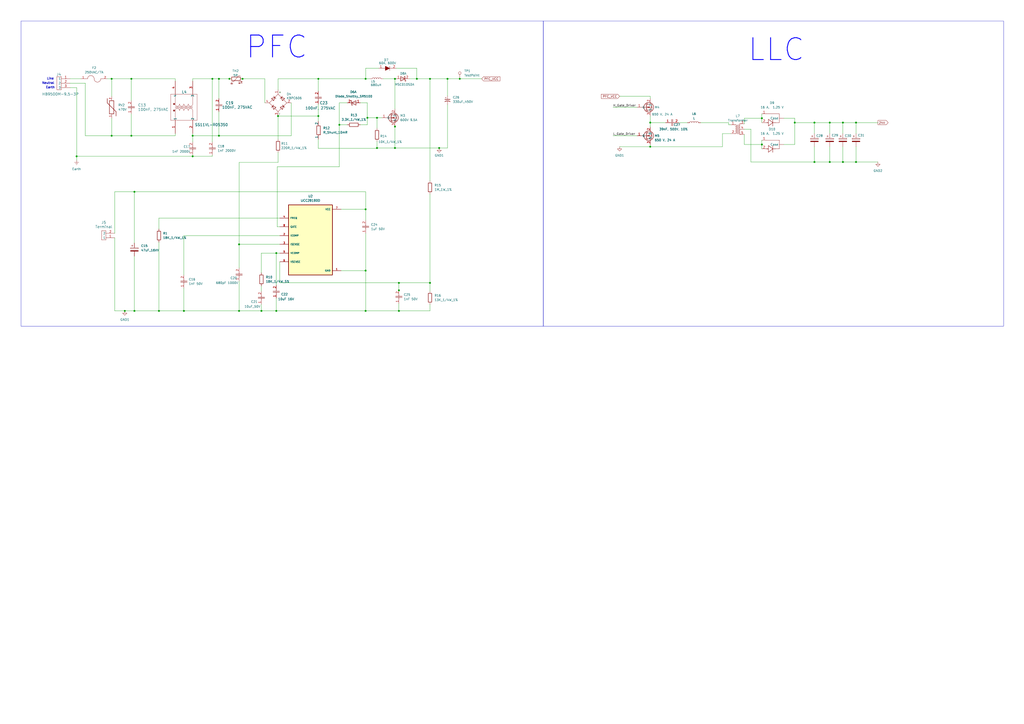
<source format=kicad_sch>
(kicad_sch (version 20231120) (generator "eeschema") (generator_version "8.0")
  (paper "A2")
  (junction (at 127 78.74))
  (junction (at 229.108 45.72))
  (junction (at 77.978 111.252))
  (junction (at 231.394 180.34))
  (junction (at 481.33 71.12))
  (junction (at 231.394 168.402))
  (junction (at 160.274 180.34))
  (junction (at 212.09 45.72))
  (junction (at 212.09 180.34))
  (junction (at 111.76 90.678))
  (junction (at 377.19 85.09))
  (junction (at 229.108 73.406))
  (junction (at 472.44 93.98))
  (junction (at 196.85 72.39))
  (junction (at 138.684 180.34))
  (junction (at 184.658 45.72))
  (junction (at 160.274 146.812))
  (junction (at 111.76 78.74))
  (junction (at 441.96 83.82))
  (junction (at 496.57 71.12))
  (junction (at 123.19 45.72))
  (junction (at 231.394 164.084))
  (junction (at 212.09 121.412))
  (junction (at 229.108 85.852))
  (junction (at 106.68 180.34))
  (junction (at 218.694 68.326))
  (junction (at 241.808 45.72))
  (junction (at 213.106 68.326))
  (junction (at 72.39 180.34))
  (junction (at 249.428 45.72))
  (junction (at 76.2 78.74))
  (junction (at 44.45 90.678))
  (junction (at 266.7 45.72))
  (junction (at 140.716 45.72))
  (junction (at 472.44 71.12))
  (junction (at 488.95 93.98))
  (junction (at 377.19 71.12))
  (junction (at 461.01 71.12))
  (junction (at 254.762 85.852))
  (junction (at 138.684 141.732))
  (junction (at 184.658 67.31))
  (junction (at 64.77 78.74))
  (junction (at 76.2 45.72))
  (junction (at 259.588 45.72))
  (junction (at 64.77 45.72))
  (junction (at 218.694 85.852))
  (junction (at 441.96 68.58))
  (junction (at 496.57 93.98))
  (junction (at 249.428 164.084))
  (junction (at 133.096 45.72))
  (junction (at 212.09 156.972))
  (junction (at 127 45.72))
  (junction (at 488.95 71.12))
  (junction (at 151.638 180.34))
  (junction (at 481.33 93.98))
  (junction (at 161.29 67.31))
  (junction (at 92.202 180.34))
  (junction (at 77.978 180.34))
  (wire (pts (xy 231.394 168.402) (xy 231.394 164.084)))
  (wire (pts (xy 197.866 156.972) (xy 212.09 156.972)))
  (wire (pts (xy 359.41 55.88) (xy 377.19 55.88)))
  (wire (pts (xy 377.19 71.12) (xy 377.19 73.66)))
  (wire (pts (xy 162.306 164.084) (xy 231.394 164.084)))
  (wire (pts (xy 222.25 45.72) (xy 229.108 45.72)))
  (wire (pts (xy 127 45.72) (xy 127 57.15)))
  (wire (pts (xy 472.44 85.09) (xy 472.44 93.98)))
  (wire (pts (xy 64.77 68.58) (xy 64.77 78.74)))
  (wire (pts (xy 77.978 180.34) (xy 92.202 180.34)))
  (wire (pts (xy 481.33 71.12) (xy 488.95 71.12)))
  (wire (pts (xy 213.106 68.326) (xy 213.106 59.69)))
  (wire (pts (xy 161.29 67.31) (xy 184.658 67.31)))
  (wire (pts (xy 254.762 85.852) (xy 259.588 85.852)))
  (wire (pts (xy 359.41 85.09) (xy 377.19 85.09)))
  (wire (pts (xy 422.656 71.12) (xy 422.656 72.39)))
  (wire (pts (xy 231.394 168.656) (xy 231.394 168.402)))
  (wire (pts (xy 454.66 68.58) (xy 461.01 68.58)))
  (wire (pts (xy 472.44 71.12) (xy 472.44 77.47)))
  (wire (pts (xy 160.274 180.34) (xy 212.09 180.34)))
  (wire (pts (xy 196.85 72.39) (xy 196.85 96.774)))
  (wire (pts (xy 111.76 90.678) (xy 111.76 89.916)))
  (wire (pts (xy 168.91 78.74) (xy 168.91 59.69)))
  (wire (pts (xy 377.19 55.88) (xy 377.19 57.15)))
  (wire (pts (xy 184.658 45.72) (xy 184.658 52.832)))
  (wire (pts (xy 40.64 50.8) (xy 44.45 50.8)))
  (wire (pts (xy 488.95 71.12) (xy 496.57 71.12)))
  (wire (pts (xy 377.19 71.12) (xy 386.08 71.12)))
  (wire (pts (xy 66.548 137.922) (xy 66.548 180.34)))
  (wire (pts (xy 419.1 77.47) (xy 423.926 77.47)))
  (wire (pts (xy 127 64.77) (xy 127 78.74)))
  (wire (pts (xy 496.57 71.12) (xy 509.27 71.12)))
  (wire (pts (xy 40.64 48.26) (xy 49.53 48.26)))
  (wire (pts (xy 229.87 39.624) (xy 241.808 39.624)))
  (wire (pts (xy 259.588 45.72) (xy 266.7 45.72)))
  (wire (pts (xy 111.76 45.72) (xy 123.19 45.72)))
  (wire (pts (xy 44.45 90.678) (xy 44.45 92.964)))
  (wire (pts (xy 231.394 164.084) (xy 249.428 164.084)))
  (wire (pts (xy 461.01 68.58) (xy 461.01 71.12)))
  (wire (pts (xy 123.19 90.678) (xy 123.19 89.916)))
  (wire (pts (xy 229.108 73.406) (xy 229.108 85.852)))
  (wire (pts (xy 64.77 45.72) (xy 76.2 45.72)))
  (wire (pts (xy 441.96 81.28) (xy 441.96 83.82)))
  (wire (pts (xy 44.45 50.8) (xy 44.45 90.678)))
  (wire (pts (xy 431.8 68.58) (xy 441.96 68.58)))
  (wire (pts (xy 496.57 71.12) (xy 496.57 77.47)))
  (wire (pts (xy 214.63 45.72) (xy 212.09 45.72)))
  (wire (pts (xy 72.39 180.34) (xy 77.978 180.34)))
  (wire (pts (xy 249.428 112.522) (xy 249.428 164.084)))
  (wire (pts (xy 92.202 126.492) (xy 162.306 126.492)))
  (wire (pts (xy 472.44 93.98) (xy 435.61 93.98)))
  (wire (pts (xy 377.19 85.09) (xy 377.19 83.82)))
  (wire (pts (xy 266.7 45.72) (xy 279.4 45.72)))
  (wire (pts (xy 212.09 135.382) (xy 212.09 156.972)))
  (wire (pts (xy 62.23 45.72) (xy 64.77 45.72)))
  (wire (pts (xy 422.656 72.39) (xy 423.926 72.39)))
  (wire (pts (xy 229.108 45.72) (xy 229.87 45.72)))
  (wire (pts (xy 406.4 71.12) (xy 422.656 71.12)))
  (wire (pts (xy 377.19 85.09) (xy 419.1 85.09)))
  (wire (pts (xy 212.09 39.624) (xy 219.71 39.624)))
  (wire (pts (xy 496.57 93.98) (xy 509.27 93.98)))
  (wire (pts (xy 441.96 66.04) (xy 441.96 68.58)))
  (wire (pts (xy 488.95 85.09) (xy 488.95 93.98)))
  (wire (pts (xy 197.866 121.412) (xy 212.09 121.412)))
  (wire (pts (xy 160.782 96.774) (xy 196.85 96.774)))
  (wire (pts (xy 162.306 151.892) (xy 162.306 164.084)))
  (wire (pts (xy 431.8 68.58) (xy 431.8 71.882)))
  (wire (pts (xy 161.29 45.72) (xy 161.29 52.07)))
  (wire (pts (xy 454.66 83.82) (xy 461.01 83.82)))
  (wire (pts (xy 101.6 45.72) (xy 101.6 46.99)))
  (wire (pts (xy 196.85 72.39) (xy 201.422 72.39)))
  (wire (pts (xy 259.588 60.706) (xy 259.588 85.852)))
  (wire (pts (xy 488.95 71.12) (xy 488.95 77.47)))
  (wire (pts (xy 123.19 45.72) (xy 123.19 82.296)))
  (wire (pts (xy 111.76 77.47) (xy 111.76 78.74)))
  (wire (pts (xy 66.548 180.34) (xy 72.39 180.34)))
  (wire (pts (xy 481.33 85.09) (xy 481.33 93.98)))
  (wire (pts (xy 196.85 59.69) (xy 196.85 72.39)))
  (wire (pts (xy 133.096 45.72) (xy 133.35 45.72)))
  (wire (pts (xy 218.694 68.326) (xy 221.488 68.326)))
  (wire (pts (xy 355.6 78.74) (xy 369.57 78.74)))
  (wire (pts (xy 231.394 180.34) (xy 212.09 180.34)))
  (wire (pts (xy 160.782 131.572) (xy 160.782 96.774)))
  (wire (pts (xy 472.44 71.12) (xy 481.33 71.12)))
  (wire (pts (xy 229.108 85.852) (xy 254.762 85.852)))
  (wire (pts (xy 355.6 62.23) (xy 369.57 62.23)))
  (wire (pts (xy 249.428 176.53) (xy 249.428 180.34)))
  (wire (pts (xy 481.33 71.12) (xy 481.33 77.47)))
  (wire (pts (xy 44.45 90.678) (xy 111.76 90.678)))
  (wire (pts (xy 431.8 77.978) (xy 431.8 83.82)))
  (wire (pts (xy 481.33 93.98) (xy 472.44 93.98)))
  (wire (pts (xy 76.2 66.04) (xy 76.2 78.74)))
  (wire (pts (xy 461.01 71.12) (xy 472.44 71.12)))
  (wire (pts (xy 49.53 48.26) (xy 49.53 78.74)))
  (wire (pts (xy 140.716 45.72) (xy 153.67 45.72)))
  (wire (pts (xy 209.042 59.69) (xy 213.106 59.69)))
  (wire (pts (xy 160.274 165.354) (xy 160.274 146.812)))
  (wire (pts (xy 249.428 164.084) (xy 249.428 168.91)))
  (wire (pts (xy 111.76 46.99) (xy 111.76 45.72)))
  (wire (pts (xy 229.108 73.152) (xy 229.108 73.406)))
  (wire (pts (xy 66.548 111.252) (xy 66.548 135.382)))
  (wire (pts (xy 435.61 93.98) (xy 435.61 74.93)))
  (wire (pts (xy 161.29 45.72) (xy 184.658 45.72)))
  (wire (pts (xy 160.274 146.812) (xy 162.306 146.812)))
  (wire (pts (xy 160.274 180.34) (xy 151.638 180.34)))
  (wire (pts (xy 431.8 83.82) (xy 441.96 83.82)))
  (wire (pts (xy 461.01 83.82) (xy 461.01 71.12)))
  (wire (pts (xy 213.106 68.326) (xy 218.694 68.326)))
  (wire (pts (xy 160.274 172.974) (xy 160.274 180.34)))
  (wire (pts (xy 249.428 45.72) (xy 259.588 45.72)))
  (wire (pts (xy 92.202 180.34) (xy 106.68 180.34)))
  (wire (pts (xy 218.694 82.042) (xy 218.694 85.852)))
  (wire (pts (xy 213.106 72.39) (xy 213.106 68.326)))
  (wire (pts (xy 488.95 93.98) (xy 481.33 93.98)))
  (wire (pts (xy 196.85 59.69) (xy 201.422 59.69)))
  (wire (pts (xy 127 45.72) (xy 133.096 45.72)))
  (wire (pts (xy 101.6 77.47) (xy 101.6 78.74)))
  (wire (pts (xy 496.57 93.98) (xy 488.95 93.98)))
  (wire (pts (xy 106.68 180.34) (xy 138.684 180.34)))
  (wire (pts (xy 231.394 180.34) (xy 249.428 180.34)))
  (wire (pts (xy 419.1 77.47) (xy 419.1 85.09)))
  (wire (pts (xy 153.67 45.72) (xy 153.67 59.69)))
  (wire (pts (xy 249.428 45.72) (xy 249.428 104.902)))
  (wire (pts (xy 111.76 78.74) (xy 127 78.74)))
  (wire (pts (xy 138.684 141.732) (xy 138.684 94.234)))
  (wire (pts (xy 77.978 148.59) (xy 77.978 180.34)))
  (wire (pts (xy 231.394 176.022) (xy 231.394 180.34)))
  (wire (pts (xy 76.2 58.42) (xy 76.2 45.72)))
  (wire (pts (xy 106.68 167.132) (xy 106.68 180.34)))
  (wire (pts (xy 184.658 86.106) (xy 218.694 86.106)))
  (wire (pts (xy 127 78.74) (xy 168.91 78.74)))
  (wire (pts (xy 64.77 45.72) (xy 64.77 55.88)))
  (wire (pts (xy 218.694 86.106) (xy 218.694 85.852)))
  (wire (pts (xy 49.53 78.74) (xy 64.77 78.74)))
  (wire (pts (xy 161.29 67.31) (xy 161.29 80.772)))
  (wire (pts (xy 138.684 163.068) (xy 138.684 180.34)))
  (wire (pts (xy 161.29 88.392) (xy 161.29 94.234)))
  (wire (pts (xy 441.96 68.58) (xy 441.96 71.12)))
  (wire (pts (xy 139.7 45.72) (xy 140.716 45.72)))
  (wire (pts (xy 76.2 78.74) (xy 101.6 78.74)))
  (wire (pts (xy 237.49 45.72) (xy 241.808 45.72)))
  (wire (pts (xy 77.978 140.97) (xy 77.978 111.252)))
  (wire (pts (xy 64.77 78.74) (xy 76.2 78.74)))
  (wire (pts (xy 209.042 72.39) (xy 213.106 72.39)))
  (wire (pts (xy 184.658 45.72) (xy 212.09 45.72)))
  (wire (pts (xy 106.68 159.512) (xy 106.68 136.652)))
  (wire (pts (xy 111.76 90.678) (xy 123.19 90.678)))
  (wire (pts (xy 106.68 136.652) (xy 162.306 136.652)))
  (wire (pts (xy 229.108 45.72) (xy 229.108 63.246)))
  (wire (pts (xy 138.684 141.732) (xy 162.306 141.732)))
  (wire (pts (xy 138.684 180.34) (xy 151.638 180.34)))
  (wire (pts (xy 151.638 146.812) (xy 151.638 158.242)))
  (wire (pts (xy 212.09 121.412) (xy 212.09 111.252)))
  (wire (pts (xy 496.57 85.09) (xy 496.57 93.98)))
  (wire (pts (xy 212.09 39.624) (xy 212.09 45.72)))
  (wire (pts (xy 212.09 156.972) (xy 212.09 180.34)))
  (wire (pts (xy 111.76 78.74) (xy 111.76 82.296)))
  (wire (pts (xy 184.658 67.31) (xy 184.658 60.452)))
  (wire (pts (xy 77.978 111.252) (xy 66.548 111.252)))
  (wire (pts (xy 151.638 146.812) (xy 160.274 146.812)))
  (wire (pts (xy 241.808 45.72) (xy 249.428 45.72)))
  (wire (pts (xy 393.7 71.12) (xy 398.78 71.12)))
  (wire (pts (xy 218.694 85.852) (xy 229.108 85.852)))
  (wire (pts (xy 76.2 45.72) (xy 101.6 45.72)))
  (wire (pts (xy 151.638 165.862) (xy 151.638 168.91)))
  (wire (pts (xy 138.684 155.448) (xy 138.684 141.732)))
  (wire (pts (xy 160.782 131.572) (xy 162.306 131.572)))
  (wire (pts (xy 123.19 45.72) (xy 127 45.72)))
  (wire (pts (xy 435.61 74.93) (xy 431.8 74.93)))
  (wire (pts (xy 92.202 126.492) (xy 92.202 132.842)))
  (wire (pts (xy 40.64 45.72) (xy 46.99 45.72)))
  (wire (pts (xy 138.684 94.234) (xy 161.29 94.234)))
  (wire (pts (xy 92.202 140.462) (xy 92.202 180.34)))
  (wire (pts (xy 218.694 74.422) (xy 218.694 68.326)))
  (wire (pts (xy 77.978 111.252) (xy 212.09 111.252)))
  (wire (pts (xy 259.588 45.72) (xy 259.588 55.626)))
  (wire (pts (xy 212.09 121.412) (xy 212.09 127.762)))
  (wire (pts (xy 441.96 83.82) (xy 441.96 86.36)))
  (wire (pts (xy 241.808 39.624) (xy 241.808 45.72)))
  (wire (pts (xy 184.658 80.772) (xy 184.658 86.106)))
  (wire (pts (xy 184.658 70.358) (xy 184.658 67.31)))
  (wire (pts (xy 377.19 67.31) (xy 377.19 71.12)))
  (wire (pts (xy 151.638 176.53) (xy 151.638 180.34)))
  (rectangle (start 315.214 12.192) (end 582.168 189.23))
  (rectangle (start 12.192 12.192) (end 315.214 189.23))
  (text "Earth" (at 29.21 50.8 0) (effects (font (size 1.27 1.27) (bold yes))))
  (text "LLC\n" (at 450.342 28.956 0) (effects (font (size 12.7 12.7) (thickness 0.508) (bold yes))))
  (text "PFC" (at 160.528 27.432 0) (effects (font (size 12.7 12.7) (thickness 0.508) (bold yes))))
  (text "Line" (at 29.21 45.72 0) (effects (font (size 1.27 1.27) (thickness 0.254) (bold yes))))
  (text "Neutral" (at 27.94 48.26 0) (effects (font (size 1.27 1.27) (thickness 0.254) (bold yes))))
  (label "L_Gate_Driver" (at 355.6 78.74 0))
  (label "H_Gate_Driver" (at 355.6 62.23 0))
  (global_label "PFC_VCC" (shape input) (at 279.4 45.72 0) (property "Intersheetrefs" "${INTERSHEET_REFS}" (effects (hide yes))))
  (global_label "PFC_VCC" (shape input) (at 359.41 55.88 180) (property "Intersheetrefs" "${INTERSHEET_REFS}" (effects (hide yes))))
  (global_label "24V" (shape output) (at 509.27 71.12 0) (property "Intersheetrefs" "${INTERSHEET_REFS}" (effects (hide yes))))
  (symbol (lib_id "charge_battery_sym_lib:Cap_Polarized_SMD_100uF_35V") (at 496.57 81.28 0) (unit 1)
    (property "Reference" "C31" (at 497.586 78.486 0) (effects (justify left)))
    (property "Value" "Cap_Polarized_SMD_100uF_35V" (effects (hide yes)))
    (property "Footprint" "charge_battery_footprint_lib:Cap_Polarized_SMD_100uF_35V" (effects (hide yes)))
    (property "Datasheet" "https://www.thegioiic.com/upload/documents/5121f69ada901167d040dfa7ca79f071.pdf" (effects (hide yes)))
    (property "Description" "Polarized capacitor 100uF 35V, 20%" (effects (hide yes)))
    (property "Supply name" "Thegioiic" (effects (hide yes)))
    (property "Supply part number" "SMD 100uF 35V 5x5.4mm" (effects (hide yes)))
    (property "Supply URL" "https://www.thegioiic.com/tu-nhom-smd-100uf-35v-8x10-5mm" (effects (hide yes)))
  )
  (symbol (lib_id "charge_battery_sym_lib:Res_hole_220R_1/4W_1%") (at 160.274 85.598 90) (unit 1)
    (property "Reference" "R11" (at 163.068 83.3119 90) (effects (justify right)))
    (property "Value" "220R_1/4W_1%" (at 163.068 85.8519 90) (effects (justify right)))
    (property "Footprint" "charge_battery_footprint_lib:Res_220R_1_4W_1%" (effects (hide yes)))
    (property "Description" "Resistor" (effects (hide yes)))
    (property "Supply name " "Thegioiic" (effects (hide yes)))
    (property "Supply part number" "Điện Trở 220 Ohm 1/4W 1% 5 Vòng Màu" (effects (hide yes)))
    (property "Supply URL" "https://www.thegioiic.com/dien-tro-220-ohm-1-4w-1-5-vong-mau" (effects (hide yes)))
  )
  (symbol (lib_id "charge_battery_sym_lib:Ceramic_Cap_Hole_1nF_50V") (at 104.648 163.322 90) (unit 1)
    (property "Reference" "C16" (at 109.474 162.0519 90) (effects (justify right)))
    (property "Value" "1nF 50V" (at 109.474 164.5919 90) (effects (justify right)))
    (property "Footprint" "charge_battery_footprint_lib:Ceramic_Cap_Hole_1nF_50V" (effects (hide yes)))
    (property "Description" "Code 102, 10%" (effects (hide yes)))
    (property "Supply name" "Thegioiic" (effects (hide yes)))
    (property "Supply part number" "Tụ Gốm Tròn 1nF 50V" (effects (hide yes)))
    (property "Supply URL" "https://www.thegioiic.com/tu-gom-tron-1nf-50v" (effects (hide yes)))
  )
  (symbol (lib_name "IPP65R095C7_1") (lib_id "charge_battery_sym_lib:IPP65R095C7") (at 374.65 62.23 0) (unit 1)
    (property "Reference" "M4" (at 379.73 62.2299 0) (effects (justify left)))
    (property "Value" "650 V, 24 A" (at 378.206 66.294 0) (effects (justify left)))
    (property "Footprint" "charge_battery_footprint_lib:IPP65R095C7" (effects (hide yes)))
    (property "Datasheet" "https://www.mouser.vn/datasheet/2/196/Infineon_IPP65R095C7_DS_v02_00_en-1227128.pdf" (effects (hide yes)))
    (property "Description" "MOSFET HIGH POWER_NEW" (effects (hide yes)))
    (property "Supply name" "Mouser" (effects (hide yes)))
    (property "Supply part number" "MOSFET 726-IPP65R095C7" (effects (hide yes)))
    (property "Supply URL" "https://www.mouser.vn/ProductDetail/Infineon-Technologies/IPP65R095C7?qs=61g%252BPyeGH21m8vVgAnfTkw%3D%3D&_gl=1*6bmr62*_gcl_au*MTIyNzc1NDAzLjE3MTk2MzAyODU.*_ga*MTk3OTQ2NzEyNS4xNzE5NjMwMjg4*_ga_15W4STQT4T*MTcxOTYzMDI4Ny4xLjAuMTcxOTYzMDI5MC41Ny4wLjA." (effects (hide yes)))
  )
  (symbol (lib_id "charge_battery_sym_lib:Cap_Polarized_SMD_100nF (0.1uF) 50V") (at 472.44 81.28 0) (unit 1)
    (property "Reference" "C28" (at 473.456 78.74 0) (effects (justify left)))
    (property "Value" "Cap_Polarized_SMD_100nF_50V" (effects (hide yes)))
    (property "Footprint" "charge_battery_footprint_lib:Cap_Polarized_SMD_100nF (0.1uF) 50V" (effects (hide yes)))
    (property "Datasheet" "https://www.thegioiic.com/upload/documents/5121f69ada901167d040dfa7ca79f071.pdf" (effects (hide yes)))
    (property "Description" "Polarized capacitor 100nF_50V, 20%" (effects (hide yes)))
    (property "Supply name" "Thegioiic" (effects (hide yes)))
    (property "Supply part number" "SMD 100nF 50V 4x5.4mm" (effects (hide yes)))
    (property "Supply URL" "https://www.thegioiic.com/tu-nhom-smd-100nf-0-1uf-50v-4x5-4mm" (effects (hide yes)))
  )
  (symbol (lib_name " Diode_Schottky_IDH06G65C6_1") (lib_id "charge_battery_sym_lib: Diode_Schottky_IDH06G65C6") (at 447.04 86.36 0) (unit 1)
    (property "Reference" "D10" (at 447.8782 74.93 0))
    (property "Value" "16 A,  1.25 V" (at 447.8782 77.47 0))
    (property "Footprint" "charge_battery_footprint_lib:Diode_Schottky_IDH06G65C6" (effects (hide yes)))
    (property "Datasheet" "https://www.mouser.vn/datasheet/2/196/Infineon_IDH06G65C6_DS_v02_00_EN-1131100.pdf" (effects (hide yes)))
    (property "Description" "Schottky Diodes & Rectifiers SIC DIODES" (effects (hide yes)))
    (property "Supply name" "Mouser" (effects (hide yes)))
    (property "Supply part number" "726-IDH06G65C6XKSA1" (effects (hide yes)))
    (property "Supply URL" "https://www.mouser.vn/ProductDetail/Infineon-Technologies/IDH06G65C6XKSA1?qs=HXFqYaX1Q2y0Eo%2FTJueHsw%3D%3D" (effects (hide yes)))
  )
  (symbol (lib_id "charge_battery_sym_lib:Transformer") (at 430.53 74.93 0) (unit 1)
    (property "Reference" "L7" (at 427.99 67.31 0))
    (property "Value" "Transformer" (at 427.99 69.85 0))
    (property "Footprint" "charge_battery_footprint_lib:Transformer" (effects (hide yes)))
  )
  (symbol (lib_id "charge_battery_sym_lib:Res_hole_1M_1W_1%") (at 248.412 109.728 90) (unit 1)
    (property "Reference" "R15" (at 251.968 107.4419 90) (effects (justify right)))
    (property "Value" "1M_1W_1%" (at 251.968 109.9819 90) (effects (justify right)))
    (property "Footprint" "charge_battery_footprint_lib:Res_1M_1W_1%" (effects (hide yes)))
    (property "Description" "Resistor" (effects (hide yes)))
    (property "Supply name " "Thegioiic" (effects (hide yes)))
    (property "Supply part number" "Điện Trở 1 MOhm 1W 1% 5 Vòng Màu" (effects (hide yes)))
    (property "Supply URL" "https://www.thegioiic.com/dien-tro-1-mohm-1w-1-5-vong-mau" (effects (hide yes)))
  )
  (symbol (lib_id "charge_battery_sym_lib:Cap_Polarized_SMD_1uF_50V") (at 481.33 81.28 0) (unit 1)
    (property "Reference" "C29" (at 482.346 78.486 0) (effects (justify left)))
    (property "Value" "Cap_Polarized_SMD_1uF_50V" (effects (hide yes)))
    (property "Footprint" "charge_battery_footprint_lib:Cap_Polarized_SMD_1uF_50V" (effects (hide yes)))
    (property "Datasheet" "https://www.thegioiic.com/upload/documents/5121f69ada901167d040dfa7ca79f071.pdf" (effects (hide yes)))
    (property "Description" "Polarized capacitor 1uF 50V, 20%" (effects (hide yes)))
    (property "Supply name" "Thegioiic" (effects (hide yes)))
    (property "Supply part number" "SMD 1uF 50V 4x5.4mm" (effects (hide yes)))
    (property "Supply URL" "https://www.thegioiic.com/tu-nhom-smd-1uf-50v-4x5-4mm" (effects (hide yes)))
  )
  (symbol (lib_id "Device:L") (at 402.59 71.12 90) (unit 1)
    (property "Reference" "L6" (at 402.59 66.04 90))
    (property "Value" "L" (at 402.59 68.58 90))
    (property "Footprint" "Inductor_SMD:L_6.3x6.3_H3" (effects (hide yes)))
    (property "Description" "Inductor" (effects (hide yes)))
  )
  (symbol (lib_id "charge_battery_sym_lib:Ceramic_Cap_Hole_680pF_1000V") (at 121.158 86.106 90) (unit 1)
    (property "Reference" "C18" (at 126.238 84.8359 90) (effects (justify right)))
    (property "Value" "1nF 2000V" (at 126.238 87.3759 90) (effects (justify right)))
    (property "Footprint" "charge_battery_footprint_lib:Ceramic_Cap_Hole_1nF_2000V" (effects (hide yes)))
    (property "Description" "Code 102, 10%" (effects (hide yes)))
    (property "Supply name" "Thegioiic" (effects (hide yes)))
    (property "Supply part number" "Tụ Gốm Xanh 1nF 2000V" (effects (hide yes)))
    (property "Supply URL" "https://www.thegioiic.com/tu-gom-xanh-1nf-2000v" (effects (hide yes)))
  )
  (symbol (lib_id "charge_battery_sym_lib:Ceramic_Cap_Hole_1nF_50V") (at 229.362 172.212 90) (unit 1)
    (property "Reference" "C25" (at 234.188 170.9419 90) (effects (justify right)))
    (property "Value" "1nF 50V" (at 234.188 173.4819 90) (effects (justify right)))
    (property "Footprint" "charge_battery_footprint_lib:Ceramic_Cap_Hole_1nF_50V" (effects (hide yes)))
    (property "Description" "Code 102, 10%" (effects (hide yes)))
    (property "Supply name" "Thegioiic" (effects (hide yes)))
    (property "Supply part number" "Tụ Gốm Tròn 1nF 50V" (effects (hide yes)))
    (property "Supply URL" "https://www.thegioiic.com/tu-gom-tron-1nf-50v" (effects (hide yes)))
  )
  (symbol (lib_id "charge_battery_sym_lib:Cap_Polarized_330uF_450V") (at 258.826 57.15 270) (unit 1)
    (property "Reference" "C26" (at 262.636 56.4641 90) (effects (justify left)))
    (property "Value" "330uF_450V" (at 262.636 59.0041 90) (effects (justify left)))
    (property "Footprint" "charge_battery_footprint_lib:Big_Cap_330uF_450V" (effects (hide yes)))
    (property "Datasheet" "https://www.allaboutcircuits.com/electronic-components/datasheet/LLS2W331MELB--Nichicon/" (effects (hide yes)))
    (property "Description" "Tụ hóa" (effects (hide yes)))
    (property "Supply name " "CHIPN24" (effects (hide yes)))
    (property "Supply part number" "Tụ hóa 330uF 450V Đen Nichicon " (effects (hide yes)))
    (property "Supply URL" "https://chipn24.com/h83-tu-hoa-330uf-450v-den-nichicon-30x40mm-id3746.html" (effects (hide yes)))
  )
  (symbol (lib_id "charge_battery_sym_lib:Ceramic_Cap_Hole_10uF_50V") (at 149.606 172.72 90) (unit 1)
    (property "Reference" "C21" (at 145.542 175.006 90) (effects (justify right)))
    (property "Value" "10uF_50V" (at 141.732 177.8 90) (effects (justify right)))
    (property "Footprint" "Capacitor_SMD:C_0805_2012Metric" (effects (hide yes)))
    (property "Description" "10%, 0805 (2012 Metric)" (effects (hide yes)))
    (property "Supply name" "Thegioiic" (effects (hide yes)))
    (property "Supply part number" "Tụ Gốm 0805 10uF 50V" (effects (hide yes)))
    (property "Supply URL" "https://www.thegioiic.com/tu-gom-0805-10uf-50v" (effects (hide yes)))
  )
  (symbol (lib_id "charge_battery_sym_lib:Diode_Shottky_SR5100") (at 205.232 59.69 180) (unit 1)
    (property "Reference" "D6" (at 204.978 53.34 0))
    (property "Value" "Diode_Shottky_SR5100" (at 205.232 55.88 0))
    (property "Footprint" "charge_battery_footprint_lib:Diode_Schottky_SR5100" (effects (hide yes)))
    (property "Datasheet" "https://www.farnell.com/datasheets/2175829.pdf?_ga=2.84777433.1112515608.1530949777-1793405792.1522642447" (effects (hide yes)))
    (property "Description" "5A 100V Schottky Rectifier Diode" (effects (hide yes)))
    (property "Supply name" "Thegioiic" (effects (hide yes)))
    (property "Supply part number" "SR5100 Schottky Diode 5A 100V" (effects (hide yes)))
    (property "Supply URL" "https://www.thegioiic.com/sr5100-schottky-diode-5a-100v" (effects (hide yes)))
  )
  (symbol (lib_id "charge_battery_sym_lib:HB9500M-9.5-3P") (at 35.56 52.07 0) (mirror y) (unit 1)
    (property "Reference" "J4" (at 35.56 43.18 0) (effects (font (size 1.524 1.524)) (justify left)))
    (property "Value" "HB9500M-9.5-3P" (at 45.72 54.61 0) (effects (font (size 1.524 1.524)) (justify left)))
    (property "Footprint" "charge_battery_footprint_lib:CONN3_HB9500_KAN" (effects (hide yes)))
    (property "Datasheet" "HB9500M-9.5-3P" (effects (hide yes)))
    (property "Description" "300V, 25A" (effects (hide yes)))
    (property "Supply name" "Thegioiic" (effects (hide yes)))
    (property "Supplt part number" "HB9500-3 Terminal Khối Hàn PCB 3 Cực 25A 300V 9.5mm" (effects (hide yes)))
    (property "Supply URL" "https://www.thegioiic.com/hb9500-3-terminal-khoi-han-pcb-3-cuc-25a-300v-9-5mm" (effects (hide yes)))
  )
  (symbol (lib_id "power:GND2") (at 509.27 93.98 0) (unit 1)
    (property "Reference" "#PWR07" (effects (hide yes)))
    (property "Value" "GND2" (at 509.27 99.06 0))
    (property "Description" "Power symbol creates a global label with name \"GND2\" , ground" (effects (hide yes)))
  )
  (symbol (lib_id "power:Earth") (at 44.45 92.964 0) (unit 1)
    (property "Reference" "#PWR04" (effects (hide yes)))
    (property "Value" "Earth" (at 44.45 98.044 0))
    (property "Description" "Power symbol creates a global label with name \"Earth\"" (effects (hide yes)))
  )
  (symbol (lib_id "charge_battery_sym_lib:Res_hole_3,3K_1/4W_1%") (at 204.216 71.374 0) (unit 1)
    (property "Reference" "R13" (at 205.232 66.802 0))
    (property "Value" "3,3K_1/4W_1%" (at 205.232 69.342 0))
    (property "Footprint" "charge_battery_footprint_lib:Res_3.3R_1_4W_1" (effects (hide yes)))
    (property "Description" "Resistor 3.3R 0.25W 1%" (effects (hide yes)))
    (property "Supply name " "Thegioiic" (effects (hide yes)))
    (property "Supply part number" "Điện Trở 3.3 Ohm 1/4W 1% 5 Vòng Màu" (effects (hide yes)))
    (property "Supply URL" "https://www.thegioiic.com/dien-tro-3-3-ohm-1-4w-1-5-vong-mau" (effects (hide yes)))
  )
  (symbol (lib_id "power:GND1") (at 72.39 180.34 0) (unit 1)
    (property "Reference" "#PWR05" (effects (hide yes)))
    (property "Value" "GND1" (at 72.39 185.42 0))
    (property "Description" "Power symbol creates a global label with name \"GND1\" , ground" (effects (hide yes)))
  )
  (symbol (lib_id "charge_battery_sym_lib:Terminal HB9500-2") (at 61.468 131.572 180) (unit 1)
    (property "Reference" "J5" (at 60.198 129.032 0) (effects (font (size 1.524 1.524))))
    (property "Value" "Terminal" (at 60.198 131.572 0) (effects (font (size 1.524 1.524))))
    (property "Footprint" "charge_battery_footprint_lib:Terminal" (effects (hide yes)))
    (property "Datasheet" "HB9500M-9.5-2P" (effects (hide yes)))
    (property "Description" "300V, 25A" (effects (hide yes)))
    (property "Supply name" "Thegioiic" (effects (hide yes)))
    (property "Supplt part number" "HB9500-2 Terminal Khối Hàn PCB 2 Cực 25A 300V 9.5mm" (effects (hide yes)))
    (property "Supply URL" "https://www.thegioiic.com/hb9500-3-terminal-khoi-han-pcb-3-cuc-25a-300v-9-5mm" (effects (hide yes)))
  )
  (symbol (lib_id "power:GND1") (at 359.41 85.09 0) (unit 1)
    (property "Reference" "#PWR08" (effects (hide yes)))
    (property "Value" "GND1" (at 359.41 90.17 0))
    (property "Description" "Power symbol creates a global label with name \"GND1\" , ground" (effects (hide yes)))
  )
  (symbol (lib_id "charge_battery_sym_lib:Ceramic_Cap_Hole_1uF_50V_") (at 210.058 131.572 90) (unit 1)
    (property "Reference" "C24" (at 215.138 130.3019 90) (effects (justify right)))
    (property "Value" "1uF 50V" (at 215.138 132.8419 90) (effects (justify right)))
    (property "Footprint" "charge_battery_footprint_lib:Ceramic_Cap_Hole_1uF_50V" (effects (hide yes)))
    (property "Description" "1uF ±10%, code 105" (effects (hide yes)))
    (property "Supply name" "Thegioiic" (effects (hide yes)))
    (property "Supply part number" "Tụ Gốm Multilayer 1uF 50V" (effects (hide yes)))
    (property "Supply URL" "https://www.thegioiic.com/tu-gom-multilayer-1uf-50v" (effects (hide yes)))
  )
  (symbol (lib_id "charge_battery_sym_lib:Cap_Polarized_SMD_47uF_16V") (at 77.978 144.78 0) (unit 1)
    (property "Reference" "C15" (at 81.788 142.6209 0) (effects (justify left)))
    (property "Value" "47uF_16VV" (at 81.788 145.1609 0) (effects (justify left)))
    (property "Footprint" "charge_battery_footprint_lib:Cap_Polarized_SMD_47uF_16V" (effects (hide yes)))
    (property "Datasheet" "https://www.thegioiic.com/upload/documents/5121f69ada901167d040dfa7ca79f071.pdf" (effects (hide yes)))
    (property "Description" "Polarized capacitor 47uF V, 20%" (effects (hide yes)))
    (property "Supply name" "Thegioiic" (effects (hide yes)))
    (property "Supply part number" "SMD 47uF 16V 5x5.4mm" (effects (hide yes)))
    (property "Supply URL" "https://www.thegioiic.com/tu-nhom-smd-47uf-16v-5x5-4mm" (effects (hide yes)))
  )
  (symbol (lib_id "charge_battery_sym_lib:Res_hole_10K_1/4W_1%") (at 217.678 79.248 90) (unit 1)
    (property "Reference" "R14" (at 220.472 78.994 90) (effects (justify right)))
    (property "Value" "10K_1/4W_1%" (at 219.456 82.296 90) (effects (justify right)))
    (property "Footprint" "charge_battery_footprint_lib:Res_10K_1_4W_1%" (effects (hide yes)))
    (property "Description" "Resistor" (effects (hide yes)))
    (property "Supply name " "Thegioiic" (effects (hide yes)))
    (property "Supply part number" "Điện Trở 10 KOhm 1/4W 1% 5 Vòng Màu" (effects (hide yes)))
    (property "Supply URL" "https://www.thegioiic.com/dien-tro-10-kohm-1-4w-1-5-vong-mau" (effects (hide yes)))
  )
  (symbol (lib_id "charge_battery_sym_lib:Res_hole_13K_1/4W_1%") (at 248.412 173.736 90) (unit 1)
    (property "Reference" "R16" (at 251.968 171.4499 90) (effects (justify right)))
    (property "Value" "13K_1/4W_1%" (at 251.968 173.9899 90) (effects (justify right)))
    (property "Footprint" "charge_battery_footprint_lib:Res_13K_1_4W_1" (effects (hide yes)))
    (property "Description" "Resistor 13K 0.25W 1%" (effects (hide yes)))
    (property "Supply name " "Thegioiic" (effects (hide yes)))
    (property "Supply part number" "Điện Trở 13 KOhm 1/4W 1% 5 Vòng Màu" (effects (hide yes)))
    (property "Supply URL" "https://www.thegioiic.com/dien-tro-13-kohm-1-4w-1-5-vong-mau" (effects (hide yes)))
  )
  (symbol (lib_name " Diode_Schottky_IDH06G65C6_1") (lib_id "charge_battery_sym_lib: Diode_Schottky_IDH06G65C6") (at 447.04 71.12 0) (unit 1)
    (property "Reference" "D9" (at 447.8782 59.69 0))
    (property "Value" "16 A,  1.25 V" (at 447.8782 62.23 0))
    (property "Footprint" "charge_battery_footprint_lib:Diode_Schottky_IDH06G65C6" (effects (hide yes)))
    (property "Datasheet" "https://www.mouser.vn/datasheet/2/196/Infineon_IDH06G65C6_DS_v02_00_EN-1131100.pdf" (effects (hide yes)))
    (property "Description" "Schottky Diodes & Rectifiers SIC DIODES" (effects (hide yes)))
    (property "Supply name" "Mouser" (effects (hide yes)))
    (property "Supply part number" "726-IDH06G65C6XKSA1" (effects (hide yes)))
    (property "Supply URL" "https://www.mouser.vn/ProductDetail/Infineon-Technologies/IDH06G65C6XKSA1?qs=HXFqYaX1Q2y0Eo%2FTJueHsw%3D%3D" (effects (hide yes)))
  )
  (symbol (lib_id "power:GND1") (at 254.762 85.852 0) (unit 1)
    (property "Reference" "#PWR06" (effects (hide yes)))
    (property "Value" "GND1" (at 254.762 90.17 0))
    (property "Description" "Power symbol creates a global label with name \"GND1\" , ground" (effects (hide yes)))
  )
  (symbol (lib_id "charge_battery_sym_lib:Res_hole_18K_1/4W_1%") (at 91.186 137.668 90) (unit 1)
    (property "Reference" "R1" (at 94.488 135.3819 90) (effects (justify right)))
    (property "Value" "18K_1/4W_1%" (at 94.488 137.9219 90) (effects (justify right)))
    (property "Footprint" "charge_battery_footprint_lib:Res_220R_1_4W_1%" (effects (hide yes)))
    (property "Description" "Resistor" (effects (hide yes)))
    (property "Supply name " "Thegioiic" (effects (hide yes)))
    (property "Supply part number" "Điện Trở 18KOhm 1/4W 1% 5 Vòng Màu" (effects (hide yes)))
    (property "Supply URL" "https://www.thegioiic.com/dien-tro-18-kohm-1-4w-5-4-vong-mau" (effects (hide yes)))
  )
  (symbol (lib_id "charge_battery_sym_lib:Res_hole_18K_1/4W_1%") (at 150.622 163.068 90) (unit 1)
    (property "Reference" "R10" (at 154.178 160.7819 90) (effects (justify right)))
    (property "Value" "18K_1/4W_5% " (at 154.178 163.3219 90) (effects (justify right)))
    (property "Footprint" "charge_battery_footprint_lib:Res_220R_1_4W_1%" (effects (hide yes)))
    (property "Description" "Resistor" (effects (hide yes)))
    (property "Supply name " "Thegioiic" (effects (hide yes)))
    (property "Supply part number" "Điện Trở 18KOhm 1/4W 1% 5 Vòng Màu" (effects (hide yes)))
    (property "Supply URL" "https://www.thegioiic.com/dien-tro-18-kohm-1-4w-5-4-vong-mau" (effects (hide yes)))
  )
  (symbol (lib_id "charge_battery_sym_lib:SS11VL-R05350") (at 101.6 77.47 90) (unit 1)
    (property "Reference" "L4" (at 105.41 53.34 90) (effects (font (size 1.524 1.524)) (justify right)))
    (property "Value" "SS11VL-R05350" (at 113.03 72.39 90) (effects (font (size 1.524 1.524)) (justify right)))
    (property "Footprint" "charge_battery_footprint_lib:IND_SS11VL-R05350_KEM" (effects (hide yes)))
    (property "Datasheet" "https://www.mouser.vn/datasheet/2/447/KEM_LF0022_SS11VL-3316893.pdf" (effects (hide yes)))
    (property "Description" "Common Mode Chokes / Filters 250VAC 1.1A 5mH DCR=400mOhms" (effects (hide yes)))
    (property "Supply name" "Mouser" (effects (hide yes)))
    (property "Supply part number" "80-SS11VL-11050" (effects (hide yes)))
    (property "Supply URL" "https://www.mouser.vn/ProductDetail/KEMET/SS11VL-11050?qs=EU6FO9ffTwcryP%252B%2F%252BYgxUg%3D%3D" (effects (hide yes)))
  )
  (symbol (lib_id "charge_battery_sym_lib:FUSE_250VAC_7A") (at 54.61 45.72 0) (unit 1)
    (property "Reference" "F2" (at 54.61 39.37 0))
    (property "Value" "250VAC/7A" (at 54.61 41.91 0))
    (property "Footprint" "charge_battery_footprint_lib:FUSAD2722W65L2250D600" (effects (hide yes)))
    (property "Description" "250 VAC, 7A" (effects (hide yes)))
    (property "Supply name" "Thegioiic" (effects (hide yes)))
    (property "Supply part number" "Cầu Chì Ống Thủy Tinh 7A 5x20mm" (effects (hide yes)))
    (property "Supply URL" "https://www.thegioiic.com/cau-chi-ong-thuy-tinh-7a-5x20mm-toc-do-f" (effects (hide yes)))
  )
  (symbol (lib_id "Device:L") (at 218.44 45.72 90) (unit 1)
    (property "Reference" "L5" (at 216.408 47.244 90))
    (property "Value" "680uH" (at 218.186 49.276 90))
    (property "Footprint" "Inductor_SMD:L_12x12mm_H8mm" (effects (hide yes)))
    (property "Description" "20%, size 12 x 12 x 8mm" (effects (hide yes)))
    (property "Supply name" "Thegioiic" (effects (hide yes)))
    (property "Supply part number" "CDRH127 Cuộn Cảm Dán SMD 1280-681 680uH 1.03A" (effects (hide yes)))
    (property "Supply URL" "https://www.thegioiic.com/cdrh127-cuon-cam-dan-smd-1280-681-680uh-1-03a" (effects (hide yes)))
  )
  (symbol (lib_id "charge_battery_sym_lib:Ceramic_Cap_Hole_680pF_1000V") (at 109.728 86.106 90) (unit 1)
    (property "Reference" "C17" (at 106.426 85.09 90) (effects (justify right)))
    (property "Value" "1nF 2000V" (at 99.822 87.884 90) (effects (justify right)))
    (property "Footprint" "charge_battery_footprint_lib:Ceramic_Cap_Hole_1nF_2000V" (effects (hide yes)))
    (property "Description" "Code 102, 10%" (effects (hide yes)))
    (property "Supply name" "Thegioiic" (effects (hide yes)))
    (property "Supply part number" "Tụ Gốm Xanh 1nF 2000V" (effects (hide yes)))
    (property "Supply URL" "https://www.thegioiic.com/tu-gom-xanh-1nf-2000v" (effects (hide yes)))
  )
  (symbol (lib_id "Connector:TestPoint") (at 266.7 45.72 0) (unit 1)
    (property "Reference" "TP1" (at 269.24 41.1479 0) (effects (justify left)))
    (property "Value" "TestPoint" (at 269.24 43.6879 0) (effects (justify left)))
    (property "Footprint" "Connector_Pin:Pin_D0.7mm_L6.5mm_W1.8mm_FlatFork" (effects (hide yes)))
    (property "Description" "test point" (effects (hide yes)))
  )
  (symbol (lib_id "charge_battery_sym_lib:Ceramic_Cap_Hole_1nF_2000V") (at 136.652 159.258 90) (unit 1)
    (property "Reference" "C20" (at 133.604 161.29 90) (effects (justify right)))
    (property "Value" "680pF 1000V" (at 125.222 164.084 90) (effects (justify right)))
    (property "Footprint" "charge_battery_footprint_lib:Ceramic_Cap_Hole_680pF_1000V" (effects (hide yes)))
    (property "Description" "Code 681, 20%" (effects (hide yes)))
    (property "Supply name" "Thegioiic" (effects (hide yes)))
    (property "Supply part number" "Tụ Gốm Xanh 680pF 1000V" (effects (hide yes)))
    (property "Supply URL" "https://thegioiic.com/tu-gom-xanh-680pf-1000v" (effects (hide yes)))
  )
  (symbol (lib_id "charge_battery_sym_lib:R_Shunt_10mR") (at 184.15 73.406 90) (unit 1)
    (property "Reference" "R12" (at 187.452 74.2949 90) (effects (justify right)))
    (property "Value" "R_Shunt_10mR" (at 187.452 76.8349 90) (effects (justify right)))
    (property "Footprint" "charge_battery_footprint_lib:R_Shunt" (effects (hide yes)))
    (property "Description" "Shunt resistor" (effects (hide yes)))
    (property "Supply name" "https://banlinhkien.com/tro-shunt-10mr-1.2x10x7mm-p6647074.html" (effects (hide yes)))
    (property "Supply part number" "Trở Shunt 10mR 1.2x10x7MM" (effects (hide yes)))
    (property "Supply URL" "https://banlinhkien.com/tro-shunt-10mr-1.2x10x7mm-p6647074.html" (effects (hide yes)))
  )
  (symbol (lib_id "charge_battery_sym_lib:Cap_Polarized_SMD_10uF_35V") (at 488.95 81.28 0) (unit 1)
    (property "Reference" "C30" (at 489.966 78.74 0) (effects (justify left)))
    (property "Value" "Cap_Polarized_SMD_10uF_35V" (effects (hide yes)))
    (property "Footprint" "charge_battery_footprint_lib:Cap_Polarized_SMD_10uF_35V" (effects (hide yes)))
    (property "Datasheet" "https://www.thegioiic.com/upload/documents/3893f998073a19b56841b545cbad16e3.pdf" (effects (hide yes)))
    (property "Description" "Polarized capacitor 10uF 35V, 20%" (effects (hide yes)))
    (property "Supply name" "Thegioiic" (effects (hide yes)))
    (property "Supply part number" "SMD 10uF 35V 5x5.4mm" (effects (hide yes)))
    (property "Supply URL" "https://www.thegioiic.com/tu-nhom-smd-10uf-35v-5x5-4mm" (effects (hide yes)))
  )
  (symbol (lib_id "charge_battery_sym_lib:MOSFET_FQPF10N60C") (at 231.648 68.326 0) (unit 1)
    (property "Reference" "M3" (at 232.156 67.0559 0) (effects (justify left)))
    (property "Value" "600V 9.5A" (at 232.156 69.5959 0) (effects (justify left)))
    (property "Footprint" "charge_battery_footprint_lib:MOSFET_FQPF10N60C" (effects (hide yes)))
    (property "Datasheet" "https://www.onsemi.com/pdf/datasheet/fqp10n60c-d.pdf" (effects (hide yes)))
    (property "Description" "Kênh N 600V 9.5A" (effects (hide yes)))
    (property "Supply URL" "https://www.thegioiic.com/fqpf10n60c-mosfet-kenh-n-600v-9-5a-to-220f" (effects (hide yes)))
    (property "Supply part number" "FQPF10N60C MOSFET Kênh N 600V 9.5A TO-220F" (effects (hide yes)))
    (property "Supply name" "Thegioiic" (effects (hide yes)))
  )
  (symbol (lib_id "charge_battery_sym_lib:KBPC606") (at 161.29 59.69 90) (unit 1)
    (property "Reference" "D4" (at 167.64 54.61 90))
    (property "Value" "KBPC606" (at 170.688 56.896 90))
    (property "Footprint" "charge_battery_footprint_lib:TO_BPC606_VIS" (effects (hide yes)))
    (property "Datasheet" "https://www.vishay.com/docs/93585/vs-kbpc1series.pdf" (effects (hide yes)))
    (property "Description" "1 phase, 600V, 6A, D-72" (effects (hide yes)))
    (property "Supply name" "Thegioiic" (effects (hide yes)))
    (property "Supply part number" "KBPC606 Cầu Chỉnh Lưu 600V 6A" (effects (hide yes)))
    (property "Supply URL" "https://www.thegioiic.com/kbpc606-cau-chinh-luu-600v-6a" (effects (hide yes)))
  )
  (symbol (lib_id "charge_battery_sym_lib:Film Cap") (at 76.2 66.04 90) (unit 1)
    (property "Reference" "C13" (at 80.01 60.9599 90) (effects (font (size 1.524 1.524)) (justify right)))
    (property "Value" "100nF, 275VAC" (at 80.01 63.4999 90) (effects (font (size 1.524 1.524)) (justify right)))
    (property "Footprint" "charge_battery_footprint_lib:CAP_B32671P-10--5x11x13_TDK" (effects (hide yes)))
    (property "Description" "100nF, 275VAC, 15%" (effects (hide yes)))
    (property "Supply name" "Thegioiic" (effects (hide yes)))
    (property "Supply part number" "Tụ Kẹo Vàng X2 100nF (0.1uF) 104K 275VAC" (effects (hide yes)))
    (property "Supply URL" "https://www.thegioiic.com/tu-keo-vang-x2-100nf-0-1uf-104k-275vac" (effects (hide yes)))
  )
  (symbol (lib_id "charge_battery_sym_lib:Ceramic_Cap_SMD_0.039uF_500V_10%") (at 389.89 69.088 0) (unit 1)
    (property "Reference" "C27" (at 392.684 72.39 0))
    (property "Value" "39nF, 500V, 10%" (at 390.652 74.93 0))
    (property "Footprint" "charge_battery_footprint_lib:Ceramic_Cap_0.039uF_500V_1210" (effects (hide yes)))
    (property "Datasheet" "https://www.vishay.com/docs/45199/vjcommercialseries.pdf" (effects (hide yes)))
    (property "Description" "Multilayer Ceramic Capacitors MLCC - SMD/SMT .039UF 500V 10%" (effects (hide yes)))
    (property "Supply name" "Mouser" (effects (hide yes)))
    (property "Supply part number" "77-VJ1210Y393KXEAT" (effects (hide yes)))
    (property "Supply URL" "https://www.mouser.vn/ProductDetail/Vishay-Vitramon/VJ1210Y393KXEAT?qs=sGAEpiMZZMsh%252B1woXyUXj7Y%2FWYIBBsyMlaGcOHhXp9Y%3D" (effects (hide yes)))
  )
  (symbol (lib_id "charge_battery_sym_lib:UCC28180D") (at 180.086 139.192 0) (unit 1)
    (property "Reference" "U2" (at 180.086 113.792 0))
    (property "Value" "UCC28180D" (at 180.086 116.332 0))
    (property "Footprint" "charge_battery_footprint_lib:SOIC127P599X175-8N" (effects (hide yes)))
    (property "Description" "Power Factor Correction - PFC 8-PIN CCM PFC CONTROLLER" (effects (hide yes)))
    (property "Supply Name" "Mouser" (effects (hide yes)))
    (property "Supply Part Number" "595-UCC28180D" (effects (hide yes)))
    (property "Supply URL" "https://www.mouser.vn/ProductDetail/Texas-Instruments/UCC28180D?qs=mip%2Fk2qjOHrNzfWas1dt1A%3D%3D" (effects (hide yes)))
  )
  (symbol (lib_id "charge_battery_sym_lib:Diode_DSEI60-06A_FRED_TO247") (at 224.79 39.624 0) (unit 1)
    (property "Reference" "D7" (at 224.028 34.798 0))
    (property "Value" "60A, 600V" (at 224.79 36.576 0))
    (property "Footprint" "charge_battery_footprint_lib:Diode_FRED_TO247" (effects (hide yes)))
    (property "Datasheet" "https://www.lcsc.com/datasheet/lcsc_datasheet_1912111437_Littelfuse-IXYS-DSEI60-06A_C426674.pdf" (effects (hide yes)))
    (property "Description" "60A, 600V, Diode Fred, TO-247AD" (effects (hide yes)))
    (property "Supply URL" "https://www.thegioiic.com/dsei60-06a-diode-chinh-luu-60a-600v" (effects (hide yes)))
    (property "Supply part name" "DSEI60-06A Diode Chỉnh Lưu 60A 600V" (effects (hide yes)))
    (property "Supply name" "Thegioiic" (effects (hide yes)))
  )
  (symbol (lib_id "charge_battery_sym_lib:Ceramic_Cap_SMD_10uF_16V") (at 158.242 169.164 90) (unit 1)
    (property "Reference" "C22" (at 163.068 170.688 90) (effects (justify right)))
    (property "Value" "10uF 16V" (at 161.29 173.482 90) (effects (justify right)))
    (property "Footprint" "charge_battery_footprint_lib:Ceramic_Cap_10uF_16V" (effects (hide yes)))
    (property "Datasheet" "https://www.mouser.vn/datasheet/2/40/KYOCERA_AutoMLCCKAM-3106308.pdf" (effects (hide yes)))
    (property "Description" "10%, 0603 (1608 Metric)" (effects (hide yes)))
    (property "Supply name" "Thegioiic" (effects (hide yes)))
    (property "Supply part number" "Tụ Gốm 0603 10uF 16V" (effects (hide yes)))
    (property "Supply URL" "https://www.thegioiic.com/tu-gom-0603-10uf-16v" (effects (hide yes)))
  )
  (symbol (lib_id "charge_battery_sym_lib:MOV-07D471K") (at 60.96 66.04 90) (unit 1)
    (property "Reference" "RV2" (at 68.58 60.9599 90) (effects (justify right)))
    (property "Value" "470V" (at 68.58 63.4999 90) (effects (justify right)))
    (property "Footprint" "charge_battery_footprint_lib:MOV07D471K" (effects (hide yes)))
    (property "Description" "MOV-07D471K, Varistors 7D471K 470V" (effects (hide yes)))
    (property "Supply name" "Thegioiic" (effects (hide yes)))
    (property "Supply part number" "Tụ Chống Sét Varistor 07D471K 470V" (effects (hide yes)))
    (property "Supply URL" "https://www.thegioiic.com/tu-chong-set-varistor-07d471k-470v" (effects (hide yes)))
  )
  (symbol (lib_id "charge_battery_sym_lib:Film Cap") (at 127 64.77 90) (unit 1)
    (property "Reference" "C19" (at 130.81 59.6899 90) (effects (font (size 1.524 1.524)) (justify right)))
    (property "Value" "100nF, 275VAC" (at 128.778 62.23 90) (effects (font (size 1.524 1.524)) (justify right)))
    (property "Footprint" "charge_battery_footprint_lib:CAP_B32671P-10--5x11x13_TDK" (effects (hide yes)))
    (property "Description" "100nF, 275VAC, 15%" (effects (hide yes)))
    (property "Supply name" "Thegioiic" (effects (hide yes)))
    (property "Supply part number" "Tụ Kẹo Vàng X2 100nF (0.1uF) 104K 275VAC" (effects (hide yes)))
    (property "Supply URL" "https://www.thegioiic.com/tu-keo-vang-x2-100nf-0-1uf-104k-275vac" (effects (hide yes)))
  )
  (symbol (lib_id "charge_battery_sym_lib:Film Cap") (at 184.658 60.452 90) (unit 1)
    (property "Reference" "C23" (at 185.42 59.69 90) (effects (font (size 1.524 1.524)) (justify right)))
    (property "Value" "100nF, 275VAC" (at 177.038 62.738 90) (effects (font (size 1.524 1.524)) (justify right)))
    (property "Footprint" "charge_battery_footprint_lib:CAP_B32671P-10--5x11x13_TDK" (effects (hide yes)))
    (property "Description" "100nF, 275VAC, 15%" (effects (hide yes)))
    (property "Supply name" "Thegioiic" (effects (hide yes)))
    (property "Supply part number" "Tụ Kẹo Vàng X2 100nF (0.1uF) 104K 275VAC" (effects (hide yes)))
    (property "Supply URL" "https://www.thegioiic.com/tu-keo-vang-x2-100nf-0-1uf-104k-275vac" (effects (hide yes)))
  )
  (symbol (lib_name "IPP65R095C7_1") (lib_id "charge_battery_sym_lib:IPP65R095C7") (at 374.65 78.74 0) (unit 1)
    (property "Reference" "M5" (at 379.73 78.7399 0) (effects (justify left)))
    (property "Value" "650 V, 24 A" (at 379.73 81.2799 0) (effects (justify left)))
    (property "Footprint" "charge_battery_footprint_lib:IPP65R095C7" (effects (hide yes)))
    (property "Datasheet" "https://www.mouser.vn/datasheet/2/196/Infineon_IPP65R095C7_DS_v02_00_en-1227128.pdf" (effects (hide yes)))
    (property "Description" "MOSFET HIGH POWER_NEW" (effects (hide yes)))
    (property "Supply name" "Mouser" (effects (hide yes)))
    (property "Supply part number" "MOSFET 726-IPP65R095C7" (effects (hide yes)))
    (property "Supply URL" "https://www.mouser.vn/ProductDetail/Infineon-Technologies/IPP65R095C7?qs=61g%252BPyeGH21m8vVgAnfTkw%3D%3D&_gl=1*6bmr62*_gcl_au*MTIyNzc1NDAzLjE3MTk2MzAyODU.*_ga*MTk3OTQ2NzEyNS4xNzE5NjMwMjg4*_ga_15W4STQT4T*MTcxOTYzMDI4Ny4xLjAuMTcxOTYzMDI5MC41Ny4wLjA." (effects (hide yes)))
  )
  (symbol (lib_id "charge_battery_sym_lib:Diode_Shottky_DBoost") (at 233.68 45.72 0) (unit 1)
    (property "Reference" "D8" (at 233.934 42.672 0))
    (property "Value" "MSC010SDA" (at 234.696 49.022 0))
    (property "Footprint" "charge_battery_footprint_lib:DBoost" (effects (hide yes)))
    (property "Datasheet" "https://www.mouser.vn/datasheet/2/268/00003878A_MSC010SDA070B_SiC_SBD_Datasheet-3444160.pdf" (effects (hide yes)))
    (property "Description" "Schottky Diodes & Rectifiers 700 V, 10 A SiC SBD" (effects (hide yes)))
    (property "Supply name" "Mouser " (effects (hide yes)))
    (property "Supply part number" "MSC010SDA070K " (effects (hide yes)))
    (property "Supply URL" "https://www.mouser.vn/ProductDetail/Microchip-Technology/MSC010SDA070K?qs=0lQeLiL1qyaG1FYk0%2FJgdA%3D%3D" (effects (hide yes)))
  )
  (symbol (lib_id "charge_battery_sym_lib:Thermistor_NTC") (at 136.906 45.72 90) (unit 1)
    (property "Reference" "TH2" (at 136.652 41.148 90))
    (property "Value" "5R" (at 136.652 43.688 90))
    (property "Footprint" "charge_battery_footprint_lib:Thermistor_NTC" (effects (hide yes)))
    (property "Description" "Temperature dependent resistor, negative temperature coefficient" (effects (hide yes)))
    (property "Supply name" "Thegioiic" (effects (hide yes)))
    (property "Supply part number" "5D-15 Điện Trở Nhiệt NTC 5 Ohm 16.5 x 7mm" (effects (hide yes)))
    (property "Supply URL" "https://www.thegioiic.com/5d-15-dien-tro-nhiet-ntc-5-ohm-16-5-x-7mm" (effects (hide yes)))
  )
)
</source>
